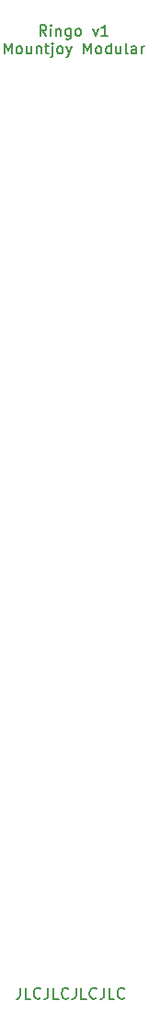
<source format=gbr>
G04 #@! TF.GenerationSoftware,KiCad,Pcbnew,(5.1.5)-3*
G04 #@! TF.CreationDate,2020-05-13T21:32:38+01:00*
G04 #@! TF.ProjectId,Ringo_panel,52696e67-6f5f-4706-916e-656c2e6b6963,rev?*
G04 #@! TF.SameCoordinates,Original*
G04 #@! TF.FileFunction,Legend,Top*
G04 #@! TF.FilePolarity,Positive*
%FSLAX46Y46*%
G04 Gerber Fmt 4.6, Leading zero omitted, Abs format (unit mm)*
G04 Created by KiCad (PCBNEW (5.1.5)-3) date 2020-05-13 21:32:38*
%MOMM*%
%LPD*%
G04 APERTURE LIST*
%ADD10C,0.150000*%
G04 APERTURE END LIST*
D10*
X143076190Y-59427380D02*
X142742857Y-58951190D01*
X142504761Y-59427380D02*
X142504761Y-58427380D01*
X142885714Y-58427380D01*
X142980952Y-58475000D01*
X143028571Y-58522619D01*
X143076190Y-58617857D01*
X143076190Y-58760714D01*
X143028571Y-58855952D01*
X142980952Y-58903571D01*
X142885714Y-58951190D01*
X142504761Y-58951190D01*
X143504761Y-59427380D02*
X143504761Y-58760714D01*
X143504761Y-58427380D02*
X143457142Y-58475000D01*
X143504761Y-58522619D01*
X143552380Y-58475000D01*
X143504761Y-58427380D01*
X143504761Y-58522619D01*
X143980952Y-58760714D02*
X143980952Y-59427380D01*
X143980952Y-58855952D02*
X144028571Y-58808333D01*
X144123809Y-58760714D01*
X144266666Y-58760714D01*
X144361904Y-58808333D01*
X144409523Y-58903571D01*
X144409523Y-59427380D01*
X145314285Y-58760714D02*
X145314285Y-59570238D01*
X145266666Y-59665476D01*
X145219047Y-59713095D01*
X145123809Y-59760714D01*
X144980952Y-59760714D01*
X144885714Y-59713095D01*
X145314285Y-59379761D02*
X145219047Y-59427380D01*
X145028571Y-59427380D01*
X144933333Y-59379761D01*
X144885714Y-59332142D01*
X144838095Y-59236904D01*
X144838095Y-58951190D01*
X144885714Y-58855952D01*
X144933333Y-58808333D01*
X145028571Y-58760714D01*
X145219047Y-58760714D01*
X145314285Y-58808333D01*
X145933333Y-59427380D02*
X145838095Y-59379761D01*
X145790476Y-59332142D01*
X145742857Y-59236904D01*
X145742857Y-58951190D01*
X145790476Y-58855952D01*
X145838095Y-58808333D01*
X145933333Y-58760714D01*
X146076190Y-58760714D01*
X146171428Y-58808333D01*
X146219047Y-58855952D01*
X146266666Y-58951190D01*
X146266666Y-59236904D01*
X146219047Y-59332142D01*
X146171428Y-59379761D01*
X146076190Y-59427380D01*
X145933333Y-59427380D01*
X147361904Y-58760714D02*
X147600000Y-59427380D01*
X147838095Y-58760714D01*
X148742857Y-59427380D02*
X148171428Y-59427380D01*
X148457142Y-59427380D02*
X148457142Y-58427380D01*
X148361904Y-58570238D01*
X148266666Y-58665476D01*
X148171428Y-58713095D01*
X139219047Y-61077380D02*
X139219047Y-60077380D01*
X139552380Y-60791666D01*
X139885714Y-60077380D01*
X139885714Y-61077380D01*
X140504761Y-61077380D02*
X140409523Y-61029761D01*
X140361904Y-60982142D01*
X140314285Y-60886904D01*
X140314285Y-60601190D01*
X140361904Y-60505952D01*
X140409523Y-60458333D01*
X140504761Y-60410714D01*
X140647619Y-60410714D01*
X140742857Y-60458333D01*
X140790476Y-60505952D01*
X140838095Y-60601190D01*
X140838095Y-60886904D01*
X140790476Y-60982142D01*
X140742857Y-61029761D01*
X140647619Y-61077380D01*
X140504761Y-61077380D01*
X141695238Y-60410714D02*
X141695238Y-61077380D01*
X141266666Y-60410714D02*
X141266666Y-60934523D01*
X141314285Y-61029761D01*
X141409523Y-61077380D01*
X141552380Y-61077380D01*
X141647619Y-61029761D01*
X141695238Y-60982142D01*
X142171428Y-60410714D02*
X142171428Y-61077380D01*
X142171428Y-60505952D02*
X142219047Y-60458333D01*
X142314285Y-60410714D01*
X142457142Y-60410714D01*
X142552380Y-60458333D01*
X142600000Y-60553571D01*
X142600000Y-61077380D01*
X142933333Y-60410714D02*
X143314285Y-60410714D01*
X143076190Y-60077380D02*
X143076190Y-60934523D01*
X143123809Y-61029761D01*
X143219047Y-61077380D01*
X143314285Y-61077380D01*
X143647619Y-60410714D02*
X143647619Y-61267857D01*
X143600000Y-61363095D01*
X143504761Y-61410714D01*
X143457142Y-61410714D01*
X143647619Y-60077380D02*
X143600000Y-60125000D01*
X143647619Y-60172619D01*
X143695238Y-60125000D01*
X143647619Y-60077380D01*
X143647619Y-60172619D01*
X144266666Y-61077380D02*
X144171428Y-61029761D01*
X144123809Y-60982142D01*
X144076190Y-60886904D01*
X144076190Y-60601190D01*
X144123809Y-60505952D01*
X144171428Y-60458333D01*
X144266666Y-60410714D01*
X144409523Y-60410714D01*
X144504761Y-60458333D01*
X144552380Y-60505952D01*
X144600000Y-60601190D01*
X144600000Y-60886904D01*
X144552380Y-60982142D01*
X144504761Y-61029761D01*
X144409523Y-61077380D01*
X144266666Y-61077380D01*
X144933333Y-60410714D02*
X145171428Y-61077380D01*
X145409523Y-60410714D02*
X145171428Y-61077380D01*
X145076190Y-61315476D01*
X145028571Y-61363095D01*
X144933333Y-61410714D01*
X146552380Y-61077380D02*
X146552380Y-60077380D01*
X146885714Y-60791666D01*
X147219047Y-60077380D01*
X147219047Y-61077380D01*
X147838095Y-61077380D02*
X147742857Y-61029761D01*
X147695238Y-60982142D01*
X147647619Y-60886904D01*
X147647619Y-60601190D01*
X147695238Y-60505952D01*
X147742857Y-60458333D01*
X147838095Y-60410714D01*
X147980952Y-60410714D01*
X148076190Y-60458333D01*
X148123809Y-60505952D01*
X148171428Y-60601190D01*
X148171428Y-60886904D01*
X148123809Y-60982142D01*
X148076190Y-61029761D01*
X147980952Y-61077380D01*
X147838095Y-61077380D01*
X149028571Y-61077380D02*
X149028571Y-60077380D01*
X149028571Y-61029761D02*
X148933333Y-61077380D01*
X148742857Y-61077380D01*
X148647619Y-61029761D01*
X148600000Y-60982142D01*
X148552380Y-60886904D01*
X148552380Y-60601190D01*
X148600000Y-60505952D01*
X148647619Y-60458333D01*
X148742857Y-60410714D01*
X148933333Y-60410714D01*
X149028571Y-60458333D01*
X149933333Y-60410714D02*
X149933333Y-61077380D01*
X149504761Y-60410714D02*
X149504761Y-60934523D01*
X149552380Y-61029761D01*
X149647619Y-61077380D01*
X149790476Y-61077380D01*
X149885714Y-61029761D01*
X149933333Y-60982142D01*
X150552380Y-61077380D02*
X150457142Y-61029761D01*
X150409523Y-60934523D01*
X150409523Y-60077380D01*
X151361904Y-61077380D02*
X151361904Y-60553571D01*
X151314285Y-60458333D01*
X151219047Y-60410714D01*
X151028571Y-60410714D01*
X150933333Y-60458333D01*
X151361904Y-61029761D02*
X151266666Y-61077380D01*
X151028571Y-61077380D01*
X150933333Y-61029761D01*
X150885714Y-60934523D01*
X150885714Y-60839285D01*
X150933333Y-60744047D01*
X151028571Y-60696428D01*
X151266666Y-60696428D01*
X151361904Y-60648809D01*
X151838095Y-61077380D02*
X151838095Y-60410714D01*
X151838095Y-60601190D02*
X151885714Y-60505952D01*
X151933333Y-60458333D01*
X152028571Y-60410714D01*
X152123809Y-60410714D01*
X140680952Y-147052380D02*
X140680952Y-147766666D01*
X140633333Y-147909523D01*
X140538095Y-148004761D01*
X140395238Y-148052380D01*
X140300000Y-148052380D01*
X141633333Y-148052380D02*
X141157142Y-148052380D01*
X141157142Y-147052380D01*
X142538095Y-147957142D02*
X142490476Y-148004761D01*
X142347619Y-148052380D01*
X142252380Y-148052380D01*
X142109523Y-148004761D01*
X142014285Y-147909523D01*
X141966666Y-147814285D01*
X141919047Y-147623809D01*
X141919047Y-147480952D01*
X141966666Y-147290476D01*
X142014285Y-147195238D01*
X142109523Y-147100000D01*
X142252380Y-147052380D01*
X142347619Y-147052380D01*
X142490476Y-147100000D01*
X142538095Y-147147619D01*
X143252380Y-147052380D02*
X143252380Y-147766666D01*
X143204761Y-147909523D01*
X143109523Y-148004761D01*
X142966666Y-148052380D01*
X142871428Y-148052380D01*
X144204761Y-148052380D02*
X143728571Y-148052380D01*
X143728571Y-147052380D01*
X145109523Y-147957142D02*
X145061904Y-148004761D01*
X144919047Y-148052380D01*
X144823809Y-148052380D01*
X144680952Y-148004761D01*
X144585714Y-147909523D01*
X144538095Y-147814285D01*
X144490476Y-147623809D01*
X144490476Y-147480952D01*
X144538095Y-147290476D01*
X144585714Y-147195238D01*
X144680952Y-147100000D01*
X144823809Y-147052380D01*
X144919047Y-147052380D01*
X145061904Y-147100000D01*
X145109523Y-147147619D01*
X145823809Y-147052380D02*
X145823809Y-147766666D01*
X145776190Y-147909523D01*
X145680952Y-148004761D01*
X145538095Y-148052380D01*
X145442857Y-148052380D01*
X146776190Y-148052380D02*
X146300000Y-148052380D01*
X146300000Y-147052380D01*
X147680952Y-147957142D02*
X147633333Y-148004761D01*
X147490476Y-148052380D01*
X147395238Y-148052380D01*
X147252380Y-148004761D01*
X147157142Y-147909523D01*
X147109523Y-147814285D01*
X147061904Y-147623809D01*
X147061904Y-147480952D01*
X147109523Y-147290476D01*
X147157142Y-147195238D01*
X147252380Y-147100000D01*
X147395238Y-147052380D01*
X147490476Y-147052380D01*
X147633333Y-147100000D01*
X147680952Y-147147619D01*
X148395238Y-147052380D02*
X148395238Y-147766666D01*
X148347619Y-147909523D01*
X148252380Y-148004761D01*
X148109523Y-148052380D01*
X148014285Y-148052380D01*
X149347619Y-148052380D02*
X148871428Y-148052380D01*
X148871428Y-147052380D01*
X150252380Y-147957142D02*
X150204761Y-148004761D01*
X150061904Y-148052380D01*
X149966666Y-148052380D01*
X149823809Y-148004761D01*
X149728571Y-147909523D01*
X149680952Y-147814285D01*
X149633333Y-147623809D01*
X149633333Y-147480952D01*
X149680952Y-147290476D01*
X149728571Y-147195238D01*
X149823809Y-147100000D01*
X149966666Y-147052380D01*
X150061904Y-147052380D01*
X150204761Y-147100000D01*
X150252380Y-147147619D01*
M02*

</source>
